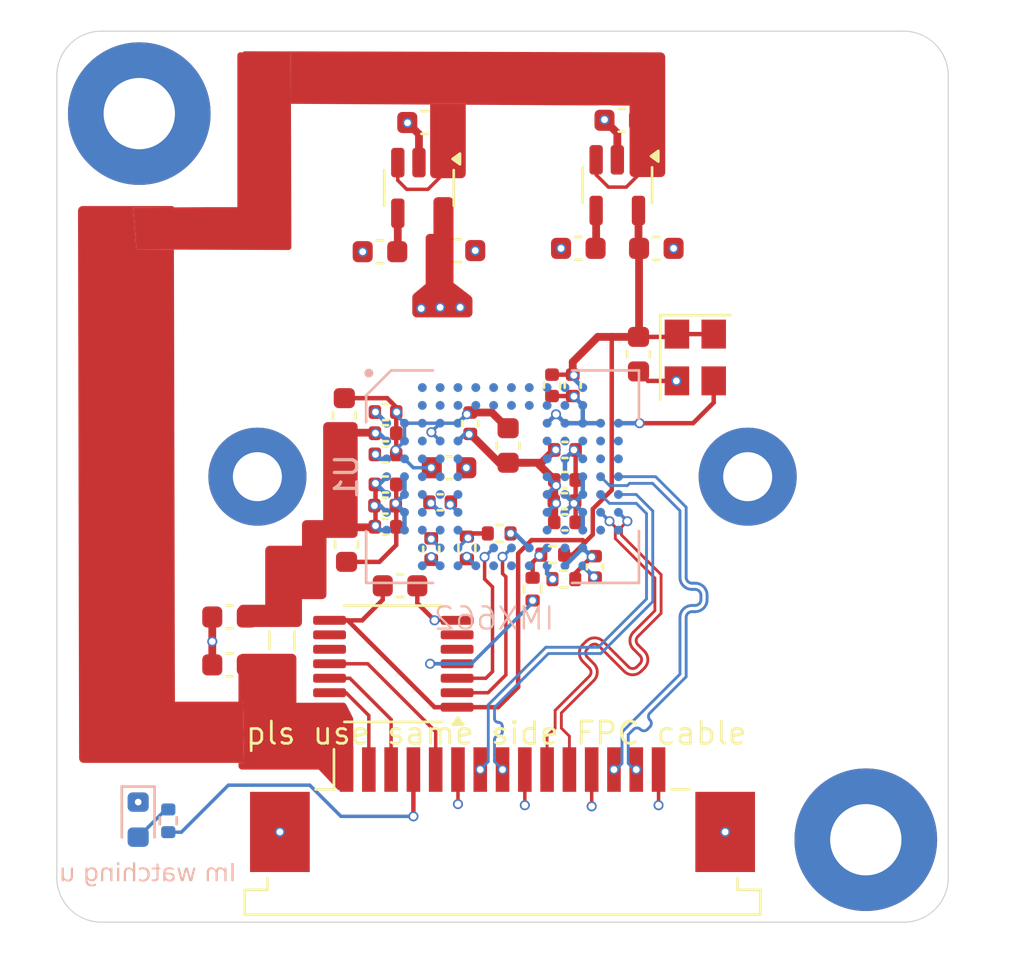
<source format=kicad_pcb>
(kicad_pcb (version 20240108) (generator "pcbnew") (generator_version "8.0")
  (layers (0 "F.Cu" signal) (1 "In1.Cu" signal) (2 "In2.Cu" signal) (31 "B.Cu" signal) (34 "B.Paste" user) (35 "F.Paste" user) (36 "B.SilkS" user "B.Silkscreen") (37 "F.SilkS" user "F.Silkscreen") (38 "B.Mask" user) (39 "F.Mask" user) (44 "Edge.Cuts" user))
  (net 0 "")
  (net 1 "GND")
  (net 2 "Net-(U2-BP)")
  (net 4 "1V2")
  (net 5 "VCC")
  (net 7 "Net-(U4-BP)")
  (net 8 "1V8")
  (net 11 "3V3")
  (net 13 "Net-(U1C-VRLST)")
  (net 14 "Net-(U1C-VRLFR)")
  (net 17 "Net-(U1C-VRHT)")
  (net 21 "Net-(U1C-XMASTER)")
  (net 22 "Net-(U1C-SLAMODE1)")
  (net 23 "Net-(U1C-SLAMODE0)")
  (net 24 "SCL_1V8")
  (net 25 "DMO2N")
  (net 26 "XCLR_1V8")
  (net 27 "DMO1P")
  (net 28 "Net-(U1C-INCK)")
  (net 29 "DCKN")
  (net 30 "DCKP")
  (net 31 "DMO2P")
  (net 32 "DMO1N")
  (net 33 "SDA_1V8")
  (net 36 "XCLR_3V3")
  (net 39 "SCL_3V3")
  (net 40 "SDA_3V3")
  (net 41 "Net-(D1-A)")
  (net 42 "LED")
  (net 43 "Net-(U1C-XCLR)")
  (footprint "Library:L_0805_2012Metric" (layer "F.Cu") (at 128.7 108.4 -90)
    (property "Reference" "FB1" (hide yes))
    (property "Value" "FerriteBead" (hide yes))
  )
  (footprint "Library:C_0402_1005Metric" (layer "F.Cu") (at 133.35 99.1)
    (property "Reference" "C17" (hide yes))
    (property "Value" "100nF" (hide yes))
  )
  (footprint "Library:C_0402_1005Metric" (layer "F.Cu") (at 133.35 100.05)
    (property "Reference" "C24" (hide yes))
    (property "Value" "1uF" (hide yes))
  )
  (footprint "Library:MountingHole_3.2mm_M3_Pad" (layer "F.Cu") (at 154.9 117.35)
    (property "Reference" "H6" (hide yes))
    (property "Value" "MountingHole_Pad" (hide yes))
  )
  (footprint "Library:C_0402_1005Metric" (layer "F.Cu") (at 135.4 104.3 90)
    (property "Reference" "C16" (hide yes))
    (property "Value" "1uF" (hide yes))
  )
  (footprint "Library:C_0603_1608Metric" (layer "F.Cu") (at 144.7 95.55 -90)
    (property "Reference" "C26" (hide yes))
    (property "Value" "C" (hide yes))
  )
  (footprint "Library:TE_1-84953-5_1x15-1MP_P1.0mm_Horizontal" (layer "F.Cu") (at 138.6 116)
    (property "Reference" "J2" (hide yes))
    (property "Value" "Conn_01x15_MountingPin" (hide yes))
  )
  (footprint "Library:R_0402_1005Metric" (layer "F.Cu") (at 141.35 105.65)
    (property "Reference" "R3" (hide yes))
    (property "Value" "1K" (hide yes))
  )
  (footprint "Library:TSSOP-14_4.4x5mm_P0.65mm" (layer "F.Cu") (at 133.7 109.45 180)
    (property "Reference" "U3" (hide yes))
    (property "Value" "TXS0104EPWR" (hide yes))
  )
  (footprint "Library:R_0402_1005Metric" (layer "F.Cu") (at 138.45 103.6 180)
    (property "Reference" "R2" (hide yes))
    (property "Value" "1K" (hide yes))
  )
  (footprint "Library:C_0402_1005Metric" (layer "F.Cu") (at 141.38 102.15)
    (property "Reference" "C11" (hide yes))
    (property "Value" "1uF" (hide yes))
  )
  (footprint "Library:C_0402_1005Metric" (layer "F.Cu") (at 142.75 105.1 90)
    (property "Reference" "C13" (hide yes))
    (property "Value" "1uF" (hide yes))
  )
  (footprint "Library:C_0603_1608Metric" (layer "F.Cu") (at 134 105.95)
    (property "Reference" "C30" (hide yes))
    (property "Value" "10uF" (hide yes))
  )
  (footprint "Library:C_0402_1005Metric" (layer "F.Cu") (at 141.4 99.85)
    (property "Reference" "C12" (hide yes))
    (property "Value" "100nF" (hide yes))
  )
  (footprint "Library:C_0603_1608Metric" (layer "F.Cu") (at 135.1 85.15 180)
    (property "Reference" "C3" (hide yes))
    (property "Value" "10uF" (hide yes))
  )
  (footprint "Library:C_0603_1608Metric" (layer "F.Cu") (at 126.35 109.5 180)
    (property "Reference" "C9" (hide yes))
    (property "Value" "10uF" (hide yes))
  )
  (footprint "Library:R_0402_1005Metric" (layer "F.Cu") (at 137 104.25 90)
    (property "Reference" "R1" (hide yes))
    (property "Value" "1K" (hide yes))
  )
  (footprint "Library:C_0402_1005Metric" (layer "F.Cu") (at 141.75 96.95 -90)
    (property "Reference" "C8" (hide yes))
    (property "Value" "1uF" (hide yes))
  )
  (footprint "Library:C_0603_1608Metric" (layer "F.Cu") (at 136.6 90.9)
    (property "Reference" "C2" (hide yes))
    (property "Value" "10uF" (hide yes))
  )
  (footprint "Library:C_0402_1005Metric" (layer "F.Cu") (at 133.35 101.4)
    (property "Reference" "C19" (hide yes))
    (property "Value" "100nF" (hide yes))
  )
  (footprint "Library:C_0402_1005Metric" (layer "F.Cu") (at 133.33 102.35)
    (property "Reference" "C21" (hide yes))
    (property "Value" "100nF" (hide yes))
  )
  (footprint "Library:C_0402_1005Metric" (layer "F.Cu") (at 140.82 96.95 -90)
    (property "Reference" "C10" (hide yes))
    (property "Value" "100nF" (hide yes))
  )
  (footprint "Library:C_0603_1608Metric" (layer "F.Cu") (at 143.95 85.05 180)
    (property "Reference" "C4" (hide yes))
    (property "Value" "10uF" (hide yes))
  )
  (footprint "Library:MountingHole_2.2mm_M2_Pad" (layer "F.Cu") (at 127.6 101.05 180)
    (property "Reference" "H2" (hide yes))
    (property "Value" "MountingHole_Pad" (hide yes))
  )
  (footprint "Library:R_0402_1005Metric" (layer "F.Cu") (at 139.95 106.1 90)
    (property "Reference" "R5" (hide yes))
    (property "Value" "0R" (hide yes))
  )
  (footprint "Library:C_0603_1608Metric" (layer "F.Cu") (at 145.5 90.8)
    (property "Reference" "C6" (hide yes))
    (property "Value" "10uF" (hide yes))
  )
  (footprint "Library:R_0402_1005Metric" (layer "F.Cu") (at 140.85 104.55)
    (property "Reference" "R4" (hide yes))
    (property "Value" "10K" (hide yes))
  )
  (footprint "Library:MountingHole_2.2mm_M2_Pad" (layer "F.Cu") (at 149.6 101.05 180)
    (property "Reference" "H1" (hide yes))
    (property "Value" "MountingHole_Pad" (hide yes))
  )
  (footprint "Library:C_0603_1608Metric" (layer "F.Cu") (at 142 90.8 180)
    (property "Reference" "C5" (hide yes))
    (property "Value" "10uF" (hide yes))
  )
  (footprint "Library:C_0603_1608Metric" (layer "F.Cu") (at 133.1 90.95 180)
    (property "Reference" "C1" (hide yes))
    (property "Value" "10uF" (hide yes))
  )
  (footprint "Library:Oscillator_SMD_Abracon_ASE-4Pin_3.2x2.5mm" (layer "F.Cu") (at 147.25 95.7 -90)
    (property "Reference" "X1" (hide yes))
    (property "Value" "SG-210SDD" (hide yes))
  )
  (footprint "Library:C_0402_1005Metric" (layer "F.Cu") (at 133.35 103.3)
    (property "Reference" "C20" (hide yes))
    (property "Value" "100nF" (hide yes))
  )
  (footprint "Library:C_0603_1608Metric" (layer "F.Cu") (at 126.35 107.35 180)
    (property "Reference" "C7" (hide yes))
    (property "Value" "10uF" (hide yes))
  )
  (footprint "Library:C_0402_1005Metric" (layer "F.Cu") (at 141.4 101.2)
    (property "Reference" "C14" (hide yes))
    (property "Value" "100nF" (hide yes))
  )
  (footprint "Library:C_0603_1608Metric" (layer "F.Cu") (at 138.85 99.65 90)
    (property "Reference" "C15" (hide yes))
    (property "Value" "10uF" (hide yes))
  )
  (footprint "Library:C_0603_1608Metric" (layer "F.Cu") (at 131.6 104.1 -90)
    (property "Reference" "C22" (hide yes))
    (property "Value" "10uF" (hide yes))
  )
  (footprint "Library:C_0402_1005Metric" (layer "F.Cu") (at 137.15 98.65 90)
    (property "Reference" "C29" (hide yes))
    (property "Value" "100nF" (hide yes))
  )
  (footprint "Library:C_0402_1005Metric" (layer "F.Cu") (at 141.4 103.1)
    (property "Reference" "C27" (hide yes))
    (property "Value" "100nF" (hide yes))
  )
  (footprint "Library:SOT-23-5" (layer "F.Cu") (at 134.85 88.0875 -90)
    (property "Reference" "U2" (hide yes))
    (property "Value" "SPX3819M5-L-1-2" (hide yes))
  )
  (footprint "Library:MountingHole_3.2mm_M3_Pad" (layer "F.Cu") (at 122.3 84.75)
    (property "Reference" "H5" (hide yes))
    (property "Value" "MountingHole_Pad" (hide yes))
  )
  (footprint "Library:C_0603_1608Metric" (layer "F.Cu") (at 136.2 100.65 180)
    (property "Reference" "C23" (hide yes))
    (property "Value" "10uF" (hide yes))
  )
  (footprint "Library:SOT-23-5" (layer "F.Cu") (at 143.75 87.9625 -90)
    (property "Reference" "U4" (hide yes))
    (property "Value" "SPX3819M5-L-1-8" (hide yes))
  )
  (footprint "Library:C_0603_1608Metric" (layer "F.Cu") (at 131.5 98.3 90)
    (property "Reference" "C18" (hide yes))
    (property "Value" "10uF" (hide yes))
  )
  (footprint "Library:C_0402_1005Metric" (layer "F.Cu") (at 135.8 102.2 180)
    (property "Reference" "C28" (hide yes))
    (property "Value" "1uF" (hide yes))
  )
  (footprint "Library:C_0402_1005Metric" (layer "F.Cu") (at 133.35 98.15)
    (property "Reference" "C25" (hide yes))
    (property "Value" "1uF" (hide yes))
  )
  (footprint "Library:R_0402_1005Metric" (layer "B.Cu") (at 123.6 116.5 -90)
    (property "Reference" "R6" (hide yes))
    (property "Value" "1K" (hide yes))
  )
  (footprint "Library:LED_0603_1608Metric" (layer "B.Cu") (at 122.25 116.4475 -90)
    (property "Reference" "D1" (hide yes))
    (property "Value" "LED" (hide yes))
  )
  (footprint "Library:LGA-114_11x14_9.3x12.0mm" (layer "B.Cu") (at 138.6 101.05 180)
    (property "Reference" "U1")
    (property "Value" "IMX662AAQR" (hide yes))
  )
  (gr_arc (start 120.6 121.05) (mid 119.185786 120.464214) (end 118.6 119.05) (stroke (width 0.05)) (layer "Edge.Cuts"))
  (gr_line (start 120.6 81.05) (end 156.6 81.05) (stroke (width 0.05)) (layer "Edge.Cuts"))
  (gr_arc (start 118.6 83.05) (mid 119.185786 81.635786) (end 120.6 81.05) (stroke (width 0.05)) (layer "Edge.Cuts"))
  (gr_arc (start 156.6 81.05) (mid 158.014214 81.635786) (end 158.6 83.05) (stroke (width 0.05)) (layer "Edge.Cuts"))
  (gr_line (start 156.6 121.05) (end 120.6 121.05) (stroke (width 0.05)) (layer "Edge.Cuts"))
  (gr_arc (start 158.6 119.05) (mid 158.014214 120.464214) (end 156.6 121.05) (stroke (width 0.05)) (layer "Edge.Cuts"))
  (gr_line (start 158.6 83.05) (end 158.6 119.05) (stroke (width 0.05)) (layer "Edge.Cuts"))
  (gr_line (start 118.6 119.05) (end 118.6 83.05) (stroke (width 0.05)) (layer "Edge.Cuts"))
  (gr_text "IMX662" (at 141 108 0) (layer "B.SilkS") (effects (font (size 1 1) (thickness 0.1)) (justify left bottom mirror)))
  (gr_text "Im watching u" (at 126.65 119.35 0) (layer "B.SilkS") (effects (font (size 0.8 0.8) (thickness 0.1)) (justify left bottom mirror)))
  (gr_text "pls use same side FPC cable\n" (at 127 113.15 0) (layer "F.SilkS") (effects (font (size 1 1) (thickness 0.125)) (justify left bottom)))
  (segment (start 143.75 85.625) (end 143.175 85.05) (width 0.35) (layer "F.Cu") (net 1))
  (segment (start 133.83 104.12) (end 133.83 103.3) (width 0.2) (layer "F.Cu") (net 1))
  (segment (start 136.6 114.2) (end 136.6 115.75) (width 0.156) (layer "F.Cu") (net 1))
  (segment (start 138.12 98.17) (end 137.15 98.17) (width 0.35) (layer "F.Cu") (net 1))
  (segment (start 133.83 97.93) (end 133.83 98.15) (width 0.2) (layer "F.Cu") (net 1))
  (segment (start 140.82 97.43) (end 141.791592 97.43) (width 0.2) (layer "F.Cu") (net 1))
  (segment (start 141.88 103.1) (end 141.88 99.85) (width 0.2) (layer "F.Cu") (net 1))
  (segment (start 131.6 104.875) (end 133.075 104.875) (width 0.2) (layer "F.Cu") (net 1))
  (segment (start 141.86 105.65) (end 141.86 105.39) (width 0.2) (layer "F.Cu") (net 1))
  (segment (start 133.075 104.875) (end 133.83 104.12) (width 0.2) (layer "F.Cu") (net 1))
  (segment (start 137.94 103.6) (end 137.25 103.6) (width 0.2) (layer "F.Cu") (net 1))
  (segment (start 139.6 114.2) (end 139.6 115.8) (width 0.156) (layer "F.Cu") (net 1))
  (segment (start 133.83 101.4) (end 133.83 103.3) (width 0.2) (layer "F.Cu") (net 1))
  (segment (start 141.86 105.39) (end 142.6 104.65) (width 0.2) (layer "F.Cu") (net 1))
  (segment (start 145.125 96.75) (end 144.7 96.325) (width 0.2) (layer "F.Cu") (net 1))
  (segment (start 146.425 96.75) (end 146.4 96.75) (width 0.2) (layer "F.Cu") (net 1))
  (segment (start 134.775 105.95) (end 134.775 106.725) (width 0.2) (layer "F.Cu") (net 1))
  (segment (start 138.85 98.875) (end 138.825 98.875) (width 0.35) (layer "F.Cu") (net 1))
  (segment (start 134.775 106.725) (end 135.55 107.5) (width 0.2) (layer "F.Cu") (net 1))
  (segment (start 137.25 103.6) (end 137.05 103.8) (width 0.2) (layer "F.Cu") (net 1))
  (segment (start 131.5 97.525) (end 133.425 97.525) (width 0.2) (layer "F.Cu") (net 1))
  (segment (start 133.83 100.05) (end 133.83 99.1) (width 0.2) (layer "F.Cu") (net 1))
  (segment (start 134.85 85.675) (end 134.3375 85.1625) (width 0.35) (layer "F.Cu") (net 1))
  (segment (start 138.825 98.875) (end 138.12 98.17) (width 0.35) (layer "F.Cu") (net 1))
  (segment (start 133.425 97.525) (end 133.83 97.93) (width 0.2) (layer "F.Cu") (net 1))
  (segment (start 145.6 114.2) (end 145.6 115.8) (width 0.156) (layer "F.Cu") (net 1))
  (segment (start 134.3375 85.1625) (end 134.325 85.15) (width 0.35) (layer "F.Cu") (net 1))
  (segment (start 125.575 109.5) (end 125.575 108.45) (width 0.35) (layer "F.Cu") (net 1))
  (segment (start 125.575 108.45) (end 125.575 107.35) (width 0.35) (layer "F.Cu") (net 1))
  (segment (start 136.5625 107.5) (end 135.55 107.5) (width 0.156) (layer "F.Cu") (net 1))
  (segment (start 141.791592 97.43) (end 141.806261 97.444669) (width 0.2) (layer "F.Cu") (net 1))
  (segment (start 133.83 99.1) (end 133.83 98.15) (width 0.2) (layer "F.Cu") (net 1))
  (segment (start 143.75 86.825) (end 143.75 85.625) (width 0.35) (layer "F.Cu") (net 1))
  (segment (start 146.4 96.75) (end 145.125 96.75) (width 0.2) (layer "F.Cu") (net 1))
  (segment (start 134.85 86.95) (end 134.85 85.675) (width 0.35) (layer "F.Cu") (net 1))
  (segment (start 142.6 114.2) (end 142.6 115.85) (width 0.156) (layer "F.Cu") (net 1))
  (via (at 139.6 115.8) (size 0.45) (drill 0.3) (layers "F.Cu" "B.Cu") (net 1))
  (via (at 141.8 102.25) (size 0.45) (drill 0.3) (layers "F.Cu" "B.Cu") (net 1))
  (via (at 142.6 115.85) (size 0.45) (drill 0.3) (layers "F.Cu" "B.Cu") (net 1))
  (via (at 136.975 100.65) (size 0.45) (drill 0.3) (layers "F.Cu" "B.Cu") (net 1))
  (via (at 143.174999 85.021823) (size 0.45) (drill 0.3) (layers "F.Cu" "B.Cu") (net 1))
  (via (at 132.325 90.95) (size 0.45) (drill 0.3) (layers "F.Cu" "B.Cu") (net 1))
  (via (at 137.375 90.9) (size 0.45) (drill 0.3) (layers "F.Cu" "B.Cu") (net 1))
  (via (at 145.6 115.8) (size 0.45) (drill 0.3) (layers "F.Cu" "B.Cu") (net 1))
  (via (at 135.38794 102.241926) (size 0.45) (drill 0.3) (layers "F.Cu" "B.Cu") (net 1))
  (via (at 146.275 90.8) (size 0.45) (drill 0.3) (layers "F.Cu" "B.Cu") (net 1))
  (via (at 141 98.25) (size 0.45) (drill 0.3) (layers "F.Cu" "B.Cu") (net 1))
  (via (at 141.806261 97.444669) (size 0.45) (drill 0.3) (layers "F.Cu" "B.Cu") (net 1))
  (via (at 125.575 108.45) (size 0.45) (drill 0.3) (layers "F.Cu" "B.Cu") (net 1))
  (via (at 133.80399 99.854653) (size 0.45) (drill 0.3) (layers "F.Cu" "B.Cu") (net 1))
  (via (at 146.4 96.75) (size 0.45) (drill 0.3) (layers "F.Cu" "B.Cu") (net 1))
  (via (at 135.55 107.5) (size 0.45) (drill 0.3) (layers "F.Cu" "B.Cu") (net 1))
  (via (at 141.8 99.85) (size 0.45) (drill 0.3) (layers "F.Cu" "B.Cu") (net 1))
  (via (at 141.225 90.8) (size 0.45) (drill 0.3) (layers "F.Cu" "B.Cu") (net 1))
  (via (at 142.6 104.65) (size 0.45) (drill 0.3) (layers "F.Cu" "B.Cu") (net 1))
  (via (at 135.406169 99.054082) (size 0.45) (drill 0.3) (layers "F.Cu" "B.Cu") (net 1))
  (via (at 136.6 115.75) (size 0.45) (drill 0.3) (layers "F.Cu" "B.Cu") (net 1))
  (via (at 148.59 117) (size 0.45) (drill 0.3) (layers "F.Cu" "B.Cu") (net 1))
  (via (at 137 98.25) (size 0.45) (drill 0.3) (layers "F.Cu" "B.Cu") (net 1))
  (via (at 122.25 115.66) (size 0.45) (drill 0.3) (layers "F.Cu" "B.Cu") (net 1))
  (via (at 134.3375 85.1625) (size 0.45) (drill 0.3) (layers "F.Cu" "B.Cu") (net 1))
  (via (at 128.61 117) (size 0.45) (drill 0.3) (layers "F.Cu" "B.Cu") (net 1))
  (via (at 135.4 103.85) (size 0.45) (drill 0.3) (layers "F.Cu" "B.Cu") (net 1))
  (via (at 133.85 98.15) (size 0.45) (drill 0.3) (layers "F.Cu" "B.Cu") (net 1))
  (via (at 133.8 102.25) (size 0.45) (drill 0.3) (layers "F.Cu" "B.Cu") (net 1))
  (via (at 137.05 103.8) (size 0.45) (drill 0.3) (layers "F.Cu" "B.Cu") (net 1))
  (segment (start 141.4 100.25) (end 141.8 99.85) (width 0.2) (layer "B.Cu") (net 1))
  (segment (start 134.2 101.05) (end 134.2 101.85) (width 0.2) (layer "B.Cu") (net 1))
  (segment (start 135.4 103.85) (end 135.8 104.25) (width 0.156) (layer "B.Cu") (net 1))
  (segment (start 134.2 98.65) (end 136.6 98.65) (width 0.156) (layer "B.Cu") (net 1))
  (segment (start 141.4 105.05) (end 142.2 104.25) (width 0.2) (layer "B.Cu") (net 1))
  (segment (start 142.2 101.85) (end 141.8 102.25) (width 0.2) (layer "B.Cu") (net 1))
  (segment (start 142.2 100.25) (end 141.8 99.85) (width 0.2) (layer "B.Cu") (net 1))
  (segment (start 135.8 102.65) (end 135.45 102.3) (width 0.2) (layer "B.Cu") (net 1))
  (segment (start 142.2 103.45) (end 142.2 102.65) (width 0.2) (layer "B.Cu") (net 1))
  (segment (start 135.45 99.1) (end 135.45 99) (width 0.156) (layer "B.Cu") (net 1))
  (segment (start 142.2 97.85) (end 142.2 98.65) (width 0.2) (layer "B.Cu") (net 1))
  (segment (start 142.2 101.05) (end 142.2 101.85) (width 0.2) (layer "B.Cu") (net 1))
  (segment (start 142.2 97.85) (end 141.85 97.5) (width 0.2) (layer "B.Cu") (net 1))
  (segment (start 134.2 103.45) (end 134.2 102.65) (width 0.2) (layer "B.Cu") (net 1))
  (segment (start 142.2 102.65) (end 141.8 102.25) (width 0.2) (layer "B.Cu") (net 1))
  (segment (start 141.4 102.65) (end 141.8 102.25) (width 0.2) (layer "B.Cu") (net 1))
  (segment (start 141.4 98.65) (end 141 98.25) (width 0.2) (layer "B.Cu") (net 1))
  (segment (start 141.4 101.05) (end 141.4 100.25) (width 0.2) (layer "B.Cu") (net 1))
  (segment (start 134.2 98.65) (end 134.2 99.45) (width 0.156) (layer "B.Cu") (net 1))
  (segment (start 135.45 99) (end 135.8 98.65) (width 0.156) (layer "B.Cu") (net 1))
  (segment (start 134.2 99.45) (end 133.8 99.85) (width 0.156) (layer "B.Cu") (net 1))
  (segment (start 136.6 98.65) (end 137 98.25) (width 0.2) (layer "B.Cu") (net 1))
  (segment (start 134.2 102.65) (end 133.8 102.25) (width 0.2) (layer "B.Cu") (net 1))
  (segment (start 133.85 98.3) (end 133.85 98.15) (width 0.156) (layer "B.Cu") (net 1))
  (segment (start 136.6 104.25) (end 137.05 103.8) (width 0.156) (layer "B.Cu") (net 1))
  (segment (start 133.8 102.25) (end 134.2 101.85) (width 0.2) (layer "B.Cu") (net 1))
  (segment (start 134.2 98.65) (end 133.85 98.3) (width 0.156) (layer "B.Cu") (net 1))
  (segment (start 141.4 101.85) (end 141.8 102.25) (width 0.2) (layer "B.Cu") (net 1))
  (segment (start 141.4 98.65) (end 143 98.65) (width 0.2) (layer "B.Cu") (net 1))
  (segment (start 140.6 98.65) (end 141 98.25) (width 0.2) (layer "B.Cu") (net 1))
  (segment (start 135.45 102.3) (end 135.4 102.3) (width 0.2) (layer "B.Cu") (net 1))
  (segment (start 142.2 104.25) (end 142.6 104.65) (width 0.2) (layer "B.Cu") (net 1))
  (segment (start 135.8 99.45) (end 135.45 99.1) (width 0.156) (layer "B.Cu") (net 1))
  (segment (start 133.9 89.225) (end 133.9 90.925) (width 0.35) (layer "F.Cu") (net 2))
  (segment (start 133.9 90.925) (end 133.875 90.95) (width 0.35) (layer "F.Cu") (net 2))
  (segment (start 140.92 101.195) (end 140.92 101.2) (width 0.35) (layer "F.Cu") (net 4))
  (segment (start 139.7 100.425) (end 140.15 100.425) (width 0.35) (layer "F.Cu") (net 4))
  (segment (start 140.345 100.425) (end 140.92 99.85) (width 0.35) (layer "F.Cu") (net 4))
  (segment (start 138.85 100.425) (end 139.7 100.425) (width 0.35) (layer "F.Cu") (net 4))
  (segment (start 140.15 100.425) (end 140.345 100.425) (width 0.35) (layer "F.Cu") (net 4))
  (segment (start 140.92 101.2) (end 140.92 103.1) (width 0.35) (layer "F.Cu") (net 4))
  (segment (start 138.445 100.425) (end 137.15 99.13) (width 0.35) (layer "F.Cu") (net 4))
  (segment (start 139.7 100.425) (end 138.445 100.425) (width 0.35) (layer "F.Cu") (net 4))
  (segment (start 140.15 100.425) (end 140.92 101.195) (width 0.35) (layer "F.Cu") (net 4))
  (segment (start 140.92 103.1) (end 140.92 102.17) (width 0.2) (layer "F.Cu") (net 4))
  (segment (start 140.92 102.17) (end 140.9 102.15) (width 0.2) (layer "F.Cu") (net 4))
  (via (at 136.7 93.45) (size 0.45) (drill 0.3) (layers "F.Cu" "B.Cu") (net 4))
  (via (at 142.7 105.55) (size 0.45) (drill 0.3) (layers "F.Cu" "B.Cu") (net 4))
  (via (at 135.8 93.45) (size 0.45) (drill 0.3) (layers "F.Cu" "B.Cu") (net 4))
  (via (at 140.987202 99.847158) (size 0.45) (drill 0.3) (layers "F.Cu" "B.Cu") (net 4))
  (via (at 137.1 99.15) (size 0.45) (drill 0.3) (layers "F.Cu" "B.Cu") (net 4))
  (via (at 136.25 102.3) (size 0.45) (drill 0.3) (layers "F.Cu" "B.Cu") (net 4))
  (via (at 140.999999 101.449661) (size 0.45) (drill 0.3) (layers "F.Cu" "B.Cu") (net 4))
  (via (at 141 102.25) (size 0.45) (drill 0.3) (layers "F.Cu" "B.Cu") (net 4))
  (via (at 135.404082 104.661131) (size 0.45) (drill 0.3) (layers "F.Cu" "B.Cu") (net 4))
  (via (at 134.95 93.5) (size 0.45) (drill 0.3) (layers "F.Cu" "B.Cu") (net 4))
  (segment (start 135.404082 104.661131) (end 135.411131 104.661131) (width 0.156) (layer "B.Cu") (net 4))
  (segment (start 140.6 102.65) (end 141 102.25) (width 0.2) (layer "B.Cu") (net 4))
  (segment (start 140.6 101.85) (end 140.6 101.84966) (width 0.2) (layer "B.Cu") (net 4))
  (segment (start 136.9 99.15) (end 137.1 99.15) (width 0.2) (layer "B.Cu") (net 4))
  (segment (start 140.6 101.05) (end 140.600338 101.05) (width 0.2) (layer "B.Cu") (net 4))
  (segment (start 136.6 102.65) (end 136.25 102.3) (width 0.156) (layer "B.Cu") (net 4))
  (segment (start 140.6 101.84966) (end 140.999999 101.449661) (width 0.2) (layer "B.Cu") (net 4))
  (segment (start 142.2 105.05) (end 142.7 105.55) (width 0.2) (layer "B.Cu") (net 4))
  (segment (start 140.600338 101.05) (end 140.999999 101.449661) (width 0.2) (layer "B.Cu") (net 4))
  (segment (start 140.6 100.25) (end 140.95 99.9) (width 0.156) (layer "B.Cu") (net 4))
  (segment (start 135.411131 104.661131) (end 135.8 105.05) (width 0.156) (layer "B.Cu") (net 4))
  (segment (start 136.6 99.45) (end 136.9 99.15) (width 0.2) (layer "B.Cu") (net 4))
  (segment (start 133.9 86.95) (end 133.9 87.75) (width 0.156) (layer "F.Cu") (net 5))
  (segment (start 144.15 88.05) (end 144.7 87.5) (width 0.156) (layer "F.Cu") (net 5))
  (segment (start 143.35 88.05) (end 144.15 88.05) (width 0.156) (layer "F.Cu") (net 5))
  (segment (start 144.7 87.5) (end 144.7 86.825) (width 0.156) (layer "F.Cu") (net 5))
  (segment (start 135.8 87.6) (end 135.8 86.95) (width 0.156) (layer "F.Cu") (net 5))
  (segment (start 134.3 88.15) (end 135.25 88.15) (width 0.156) (layer "F.Cu") (net 5))
  (segment (start 142.8 86.825) (end 142.8 87.5) (width 0.156) (layer "F.Cu") (net 5))
  (segment (start 135.25 88.15) (end 135.8 87.6) (width 0.156) (layer "F.Cu") (net 5))
  (segment (start 142.8 87.5) (end 143.35 88.05) (width 0.156) (layer "F.Cu") (net 5))
  (segment (start 133.9 87.75) (end 134.3 88.15) (width 0.156) (layer "F.Cu") (net 5))
  (segment (start 142.8 90.775) (end 142.775 90.8) (width 0.35) (layer "F.Cu") (net 7))
  (segment (start 142.8 89.1) (end 142.8 90.775) (width 0.35) (layer "F.Cu") (net 7))
  (segment (start 144.7 94.775) (end 143.5 94.775) (width 0.35) (layer "F.Cu") (net 8))
  (segment (start 142.65 103.65) (end 142.3 104) (width 0.2) (layer "F.Cu") (net 8))
  (segment (start 148.075 94.65) (end 146.425 94.65) (width 0.2) (layer "F.Cu") (net 8))
  (segment (start 131.65 107.5) (end 130.8375 107.5) (width 0.2) (layer "F.Cu") (net 8))
  (segment (start 142.3 104) (end 141.75 104.55) (width 0.2) (layer "F.Cu") (net 8))
  (segment (start 144.725 94.75) (end 144.7 94.775) (width 0.35) (layer "F.Cu") (net 8))
  (segment (start 141.75 104.55) (end 141.36 104.55) (width 0.2) (layer "F.Cu") (net 8))
  (segment (start 132.3 107.5) (end 133.225 106.575) (width 0.2) (layer "F.Cu") (net 8))
  (segment (start 143.5 94.775) (end 142.875 94.775) (width 0.35) (layer "F.Cu") (net 8))
  (segment (start 133.225 106.575) (end 133.225 105.95) (width 0.2) (layer "F.Cu") (net 8))
  (segment (start 139.9 103.9) (end 142.2 103.9) (width 0.2) (layer "F.Cu") (net 8))
  (segment (start 144.7 90.775) (end 144.725 90.8) (width 0.35) (layer "F.Cu") (net 8))
  (segment (start 141.77 96.47) (end 141.8 96.5) (width 0.2) (layer "F.Cu") (net 8))
  (segment (start 143.5 94.775) (end 143.5 101.65) (width 0.2) (layer "F.Cu") (net 8))
  (segment (start 139.3 110.5) (end 139.3 104.5) (width 0.2) (layer "F.Cu") (net 8))
  (segment (start 142.875 94.775) (end 141.75 95.9) (width 0.35) (layer "F.Cu") (net 8))
  (segment (start 130.8375 107.5) (end 132.3 107.5) (width 0.2) (layer "F.Cu") (net 8))
  (segment (start 141.75 95.9) (end 141.75 96.47) (width 0.35) (layer "F.Cu") (net 8))
  (segment (start 144.7 94.775) (end 146.3 94.775) (width 0.2) (layer "F.Cu") (net 8))
  (segment (start 143.5 101.65) (end 142.65 102.5) (width 0.2) (layer "F.Cu") (net 8))
  (segment (start 136.5625 111.4) (end 135.55 111.4) (width 0.2) (layer "F.Cu") (net 8))
  (segment (start 136.5625 111.4) (end 138.4 111.4) (width 0.2) (layer "F.Cu") (net 8))
  (segment (start 144.725 90.8) (end 144.725 94.75) (width 0.35) (layer "F.Cu") (net 8))
  (segment (start 146.3 94.775) (end 146.425 94.65) (width 0.2) (layer "F.Cu") (net 8))
  (segment (start 135.55 111.4) (end 131.65 107.5) (width 0.2) (layer "F.Cu") (net 8))
  (segment (start 140.82 96.47) (end 141.77 96.47) (width 0.2) (layer "F.Cu") (net 8))
  (segment (start 138.4 111.4) (end 139.3 110.5) (width 0.2) (layer "F.Cu") (net 8))
  (segment (start 144.7 89.1) (end 144.7 90.775) (width 0.35) (layer "F.Cu") (net 8))
  (segment (start 142.65 102.5) (end 142.65 103.65) (width 0.2) (layer "F.Cu") (net 8))
  (segment (start 139.3 104.5) (end 139.9 103.9) (width 0.2) (layer "F.Cu") (net 8))
  (segment (start 142.2 103.9) (end 142.3 104) (width 0.2) (layer "F.Cu") (net 8))
  (via (at 141.8 96.5) (size 0.45) (drill 0.3) (layers "F.Cu" "B.Cu") (net 8))
  (segment (start 141.8 96.65) (end 141.8 96.5) (width 0.2) (layer "B.Cu") (net 8))
  (segment (start 142.2 97.05) (end 141.8 96.65) (width 0.2) (layer "B.Cu") (net 8))
  (segment (start 132.9 101.35) (end 132.9 103.25) (width 0.2) (layer "F.Cu") (net 11))
  (segment (start 131.6 103.325) (end 132.825 103.325) (width 0.35) (layer "F.Cu") (net 11))
  (segment (start 132.845 99.075) (end 132.87 99.1) (width 0.35) (layer "F.Cu") (net 11))
  (segment (start 132.825 103.325) (end 132.9 103.25) (width 0.35) (layer "F.Cu") (net 11))
  (segment (start 131.5 99.075) (end 132.845 99.075) (width 0.35) (layer "F.Cu") (net 11))
  (via (at 132.9 103.25) (size 0.45) (drill 0.3) (layers "F.Cu" "B.Cu") (net 11))
  (via (at 132.85 102.35) (size 0.45) (drill 0.3) (layers "F.Cu" "B.Cu") (net 11))
  (via (at 132.9 99.1) (size 0.45) (drill 0.3) (layers "F.Cu" "B.Cu") (net 11))
  (via (at 132.9 101.35) (size 0.45) (drill 0.3) (layers "F.Cu" "B.Cu") (net 11))
  (segment (start 133.1 101.35) (end 132.9 101.35) (width 0.2) (layer "B.Cu") (net 11))
  (segment (start 133.4 101.85) (end 132.9 101.35) (width 0.2) (layer "B.Cu") (net 11))
  (segment (start 133.05 99.1) (end 132.9 99.1) (width 0.2) (layer "B.Cu") (net 11))
  (segment (start 133.4 101.05) (end 133.1 101.35) (width 0.2) (layer "B.Cu") (net 11))
  (segment (start 133.4 99.45) (end 133.05 99.1) (width 0.2) (layer "B.Cu") (net 11))
  (segment (start 133.1 103.45) (end 132.9 103.25) (width 0.2) (layer "B.Cu") (net 11))
  (segment (start 133.1 102.35) (end 132.85 102.35) (width 0.2) (layer "B.Cu") (net 11))
  (segment (start 133.4 102.65) (end 133.1 102.35) (width 0.2) (layer "B.Cu") (net 11))
  (segment (start 133.4 103.45) (end 133.1 103.45) (width 0.2) (layer "B.Cu") (net 11))
  (via (at 135.4 100.65) (size 0.45) (drill 0.3) (layers "F.Cu" "B.Cu") (net 13))
  (segment (start 135.398 100.648) (end 135.4 100.65) (width 0.156) (layer "B.Cu") (net 13))
  (segment (start 134.2 100.25) (end 134.598 100.648) (width 0.156) (layer "B.Cu") (net 13))
  (segment (start 134.598 100.648) (end 135.398 100.648) (width 0.156) (layer "B.Cu") (net 13))
  (via (at 132.9 100.05) (size 0.45) (drill 0.3) (layers "F.Cu" "B.Cu") (net 14))
  (segment (start 133.1 100.25) (end 132.9 100.05) (width 0.2) (layer "B.Cu") (net 14))
  (segment (start 133.4 100.25) (end 133.1 100.25) (width 0.2) (layer "B.Cu") (net 14))
  (via (at 132.9 98.15) (size 0.45) (drill 0.3) (layers "F.Cu" "B.Cu") (net 17))
  (segment (start 133.4 98.65) (end 132.9 98.15) (width 0.2) (layer "B.Cu") (net 17))
  (via (at 136.996671 104.646227) (size 0.45) (drill 0.3) (layers "F.Cu" "B.Cu") (net 21))
  (segment (start 137.4 105.05) (end 137.05 104.7) (width 0.156) (layer "B.Cu") (net 21))
  (segment (start 137.05 104.7) (end 137 104.7) (width 0.156) (layer "B.Cu") (net 21))
  (via (at 138.96 103.6) (size 0.45) (drill 0.3) (layers "F.Cu" "B.Cu") (net 22))
  (segment (start 138.96 103.6) (end 139.15 103.6) (width 0.2) (layer "B.Cu") (net 22))
  (segment (start 139.15 103.6) (end 139.8 104.25) (width 0.2) (layer "B.Cu") (net 22))
  (via (at 140.85 105.65) (size 0.45) (drill 0.3) (layers "F.Cu" "B.Cu") (net 23))
  (segment (start 140.6 105.4) (end 140.85 105.65) (width 0.2) (layer "B.Cu") (net 23))
  (segment (start 140.6 105.05) (end 140.6 105.4) (width 0.2) (layer "B.Cu") (net 23))
  (segment (start 138.15 109.8) (end 138.15 106) (width 0.156) (layer "F.Cu") (net 24))
  (segment (start 137.85 110.1) (end 138.15 109.8) (width 0.156) (layer "F.Cu") (net 24))
  (segment (start 137.795311 105.645311) (end 137.795311 104.65478) (width 0.156) (layer "F.Cu") (net 24))
  (segment (start 138.15 106) (end 137.795311 105.645311) (width 0.156) (layer "F.Cu") (net 24))
  (segment (start 136.5625 110.1) (end 137.85 110.1) (width 0.156) (layer "F.Cu") (net 24))
  (via (at 137.795311 104.65478) (size 0.45) (drill 0.3) (layers "F.Cu" "B.Cu") (net 24))
  (segment (start 138.2 104.25) (end 137.85 104.6) (width 0.156) (layer "B.Cu") (net 24))
  (segment (start 137.85 104.6) (end 137.8 104.6) (width 0.156) (layer "B.Cu") (net 24))
  (segment (start 141.6 112.699999) (end 141.6 114.2) (width 0.127) (layer "F.Cu") (net 25))
  (segment (start 144.962108 109.646233) (end 144.820688 109.787654) (width 0.127) (layer "F.Cu") (net 25))
  (segment (start 144.672407 108.593279) (end 144.962109 108.882981) (width 0.127) (layer "F.Cu") (net 25))
  (segment (start 141.2397 111.657866) (end 141.2397 112.339699) (width 0.127) (layer "F.Cu") (net 25))
  (segment (start 142.912346 108.642564) (end 143.484891 109.215108) (width 0.127) (layer "F.Cu") (net 25))
  (segment (start 143.484892 109.215111) (end 144.057436 109.787655) (width 0.127) (layer "F.Cu") (net 25))
  (segment (start 142.692506 110.205057) (end 142.551085 110.346479) (width 0.127) (layer "F.Cu") (net 25))
  (segment (start 142.532749 110.364817) (end 141.2397 111.657866) (width 0.127) (layer "F.Cu") (net 25))
  (segment (start 142.551085 110.346479) (end 142.532749 110.364817) (width 0.127) (layer "F.Cu") (net 25))
  (segment (start 143.9397 103.671628) (end 145.7147 105.446628) (width 0.127) (layer "F.Cu") (net 25))
  (segment (start 143.9397 103.3103) (end 143.9397 103.671628) (width 0.127) (layer "F.Cu") (net 25))
  (segment (start 145.7147 105.446628) (end 145.7147 107.182866) (width 0.127) (layer "F.Cu") (net 25))
  (segment (start 141.2397 112.339699) (end 141.6 112.699999) (width 0.127) (layer "F.Cu") (net 25))
  (segment (start 145.7147 107.182866) (end 144.672407 108.225159) (width 0.127) (layer "F.Cu") (net 25))
  (segment (start 142.544227 108.642564) (end 142.402805 108.783985) (width 0.127) (layer "F.Cu") (net 25))
  (segment (start 143.484892 109.215111) (end 143.484891 109.215108) (width 0.127) (layer "F.Cu") (net 25))
  (segment (start 142.402805 109.152105) (end 142.692506 109.441806) (width 0.127) (layer "F.Cu") (net 25))
  (segment (start 144.2 103.05) (end 143.9397 103.3103) (width 0.127) (layer "F.Cu") (net 25))
  (via (at 144.2 103.05) (size 0.45) (drill 0.3) (layers "F.Cu" "B.Cu") (net 25))
  (arc (start 142.402805 108.783985) (mid 142.326565 108.968045) (end 142.402805 109.152105) (width 0.127) (layer "F.Cu") (net 25))
  (arc (start 144.962109 108.882981) (mid 145.120184 109.264606) (end 144.962108 109.646233) (width 0.127) (layer "F.Cu") (net 25))
  (arc (start 144.820688 109.787654) (mid 144.439062 109.945729) (end 144.057436 109.787655) (width 0.127) (layer "F.Cu") (net 25))
  (arc (start 142.912346 108.642564) (mid 142.728287 108.566324) (end 142.544227 108.642564) (width 0.127) (layer "F.Cu") (net 25))
  (arc (start 142.692506 109.441806) (mid 142.85058 109.823432) (end 142.692506 110.205057) (width 0.127) (layer "F.Cu") (net 25))
  (arc (start 144.672407 108.225159) (mid 144.596167 108.409219) (end 144.672407 108.593279) (width 0.127) (layer "F.Cu") (net 25))
  (segment (start 143.8 102.65) (end 144.2 103.05) (width 0.156) (layer "B.Cu") (net 25))
  (segment (start 136.5625 109.45) (end 135.35 109.45) (width 0.156) (layer "F.Cu") (net 26))
  (via (at 135.35 109.45) (size 0.45) (drill 0.3) (layers "F.Cu" "B.Cu") (net 26))
  (via (at 139.95 106.61) (size 0.45) (drill 0.3) (layers "F.Cu" "B.Cu") (net 26))
  (segment (start 135.35 109.45) (end 137.2 109.45) (width 0.156) (layer "B.Cu") (net 26))
  (segment (start 137.2 109.45) (end 139.95 106.7) (width 0.156) (layer "B.Cu") (net 26))
  (segment (start 139.95 106.7) (end 139.95 106.61) (width 0.156) (layer "B.Cu") (net 26))
  (via (at 143.6 114.2) (size 0.45) (drill 0.3) (layers "F.Cu" "B.Cu") (net 27))
  (segment (start 143.9603 113.925) (end 143.6853 114.2) (width 0.127) (layer "B.Cu") (net 27))
  (segment (start 145.331928 101.35) (end 146.5603 102.578372) (width 0.127) (layer "B.Cu") (net 27))
  (segment (start 143 101.05) (end 143.4 101.45) (width 0.127) (layer "B.Cu") (net 27))
  (segment (start 143.6853 114.2) (end 143.6 114.2) (width 0.127) (layer "B.Cu") (net 27))
  (segment (start 147.2397 106.831633) (end 147.1 106.831633) (width 0.127) (layer "B.Cu") (net 27))
  (segment (start 147.1 106.111033) (end 147.2397 106.111033) (width 0.127) (layer "B.Cu") (net 27))
  (segment (start 146.5603 109.917134) (end 143.9603 112.517134) (width 0.127) (layer "B.Cu") (net 27))
  (segment (start 146.5603 102.578372) (end 146.5603 105.571333) (width 0.127) (layer "B.Cu") (net 27))
  (segment (start 144.3 101.35) (end 145.331928 101.35) (width 0.127) (layer "B.Cu") (net 27))
  (segment (start 144.2 101.45) (end 144.3 101.35) (width 0.127) (layer "B.Cu") (net 27))
  (segment (start 143.9603 112.517134) (end 143.9603 113.925) (width 0.127) (layer "B.Cu") (net 27))
  (segment (start 143.4 101.45) (end 144.2 101.45) (width 0.127) (layer "B.Cu") (net 27))
  (segment (start 146.5603 107.371333) (end 146.5603 109.917134) (width 0.127) (layer "B.Cu") (net 27))
  (segment (start 147.5 106.371333) (end 147.5 106.571333) (width 0.127) (layer "B.Cu") (net 27))
  (arc (start 146.5603 105.571333) (mid 146.718374 105.952959) (end 147.1 106.111033) (width 0.127) (layer "B.Cu") (net 27))
  (arc (start 147.5 106.571333) (mid 147.42376 106.755393) (end 147.2397 106.831633) (width 0.127) (layer "B.Cu") (net 27))
  (arc (start 147.1 106.831633) (mid 146.718374 106.989707) (end 146.5603 107.371333) (width 0.127) (layer "B.Cu") (net 27))
  (arc (start 147.2397 106.111033) (mid 147.42376 106.187273) (end 147.5 106.371333) (width 0.127) (layer "B.Cu") (net 27))
  (segment (start 147.15 98.65) (end 144.75 98.65) (width 0.2) (layer "F.Cu") (net 28))
  (segment (start 147.15 98.65) (end 148.075 97.725) (width 0.2) (layer "F.Cu") (net 28))
  (segment (start 148.075 96.75) (end 148.075 97.725) (width 0.2) (layer "F.Cu") (net 28))
  (via (at 144.75 98.65) (size 0.45) (drill 0.3) (layers "F.Cu" "B.Cu") (net 28))
  (segment (start 143.8 98.65) (end 144.75 98.65) (width 0.2) (layer "B.Cu") (net 28))
  (via (at 138.6 114.2) (size 0.45) (drill 0.3) (layers "F.Cu" "B.Cu") (net 29))
  (segment (start 138.2397 111.407866) (end 138.2397 111.905619) (width 0.127) (layer "B.Cu") (net 29))
  (segment (start 144.597566 101.85) (end 145.3397 102.592134) (width 0.127) (layer "B.Cu") (net 29))
  (segment (start 138.2397 112.855619) (end 138.2397 113.533598) (width 0.127) (layer "B.Cu") (net 29))
  (segment (start 143.8 101.85) (end 144.597566 101.85) (width 0.127) (layer "B.Cu") (net 29))
  (segment (start 138.2397 113.8397) (end 138.6 114.2) (width 0.127) (layer "B.Cu") (net 29))
  (segment (start 138.2397 113.533598) (end 138.2397 113.75) (width 0.127) (layer "B.Cu") (net 29))
  (segment (start 138.5897 112.255619) (end 138.5897 112.505619) (width 0.127) (layer "B.Cu") (net 29))
  (segment (start 143.0103 108.9897) (end 140.657866 108.9897) (width 0.127) (layer "B.Cu") (net 29))
  (segment (start 140.657866 108.9897) (end 138.2397 111.407866) (width 0.127) (layer "B.Cu") (net 29))
  (segment (start 145.3397 106.6603) (end 143.0103 108.9897) (width 0.127) (layer "B.Cu") (net 29))
  (segment (start 138.2397 113.75) (end 138.2397 113.8397) (width 0.127) (layer "B.Cu") (net 29))
  (segment (start 138.2397 113.75) (end 138.2397 113.8) (width 0.127) (layer "B.Cu") (net 29))
  (segment (start 145.3397 102.592134) (end 145.3397 106.6603) (width 0.127) (layer "B.Cu") (net 29))
  (arc (start 138.2397 111.905619) (mid 138.290956 112.029363) (end 138.4147 112.080619) (width 0.127) (layer "B.Cu") (net 29))
  (arc (start 138.4147 112.080619) (mid 138.538444 112.131875) (end 138.5897 112.255619) (width 0.127) (layer "B.Cu") (net 29))
  (arc (start 138.4147 112.680619) (mid 138.290956 112.731875) (end 138.2397 112.855619) (width 0.127) (layer "B.Cu") (net 29))
  (arc (start 138.5897 112.505619) (mid 138.538444 112.629363) (end 138.4147 112.680619) (width 0.127) (layer "B.Cu") (net 29))
  (via (at 137.6 114.2) (size 0.45) (drill 0.3) (layers "F.Cu" "B.Cu") (net 30))
  (segment (start 137.9603 111.292134) (end 140.542134 108.7103) (width 0.127) (layer "B.Cu") (net 30))
  (segment (start 143.4 102.25) (end 143 101.85) (width 0.127) (layer "B.Cu") (net 30))
  (segment (start 137.6 114.2) (end 137.9603 113.8397) (width 0.127) (layer "B.Cu") (net 30))
  (segment (start 145.0603 106.5397) (end 145.0603 102.707866) (width 0.127) (layer "B.Cu") (net 30))
  (segment (start 142.8897 108.7103) (end 145.0603 106.5397) (width 0.127) (layer "B.Cu") (net 30))
  (segment (start 144.602434 102.25) (end 143.4 102.25) (width 0.127) (layer "B.Cu") (net 30))
  (segment (start 145.0603 102.707866) (end 144.602434 102.25) (width 0.127) (layer "B.Cu") (net 30))
  (segment (start 137.9603 113.8397) (end 137.9603 111.292134) (width 0.127) (layer "B.Cu") (net 30))
  (segment (start 140.542134 108.7103) (end 142.8897 108.7103) (width 0.127) (layer "B.Cu") (net 30))
  (segment (start 140.9603 112.339699) (end 140.6 112.699999) (width 0.127) (layer "F.Cu") (net 31))
  (segment (start 143.682459 109.017545) (end 143.682456 109.017543) (width 0.127) (layer "F.Cu") (net 31))
  (segment (start 145.4353 107.067134) (end 144.474841 108.027593) (width 0.127) (layer "F.Cu") (net 31))
  (segment (start 142.335183 110.167251) (end 140.9603 111.542134) (width 0.127) (layer "F.Cu") (net 31))
  (segment (start 143.6603 103.3103) (end 143.6603 103.828372) (width 0.127) (layer "F.Cu") (net 31))
  (segment (start 143.6603 103.828372) (end 145.4353 105.603372) (width 0.127) (layer "F.Cu") (net 31))
  (segment (start 142.35352 110.148914) (end 142.335183 110.167251) (width 0.127) (layer "F.Cu") (net 31))
  (segment (start 142.49494 110.007491) (end 142.35352 110.148914) (width 0.127) (layer "F.Cu") (net 31))
  (segment (start 144.764543 109.448668) (end 144.623123 109.590089) (width 0.127) (layer "F.Cu") (net 31))
  (segment (start 143.682459 109.017545) (end 144.255003 109.590089) (width 0.127) (layer "F.Cu") (net 31))
  (segment (start 143.4 103.05) (end 143.6603 103.3103) (width 0.127) (layer "F.Cu") (net 31))
  (segment (start 144.474841 108.027593) (end 144.474842 108.027594) (width 0.127) (layer "F.Cu") (net 31))
  (segment (start 142.205239 109.34967) (end 142.49494 109.639371) (width 0.127) (layer "F.Cu") (net 31))
  (segment (start 140.9603 111.542134) (end 140.9603 112.339699) (width 0.127) (layer "F.Cu") (net 31))
  (segment (start 142.346661 108.444998) (end 142.205239 108.586419) (width 0.127) (layer "F.Cu") (net 31))
  (segment (start 140.6 112.699999) (end 140.6 114.2) (width 0.127) (layer "F.Cu") (net 31))
  (segment (start 143.109912 108.444998) (end 143.682456 109.017543) (width 0.127) (layer "F.Cu") (net 31))
  (segment (start 144.474841 108.790846) (end 144.764543 109.080548) (width 0.127) (layer "F.Cu") (net 31))
  (segment (start 145.4353 105.603372) (end 145.4353 107.067134) (width 0.127) (layer "F.Cu") (net 31))
  (via (at 143.4 103.05) (size 0.45) (drill 0.3) (layers "F.Cu" "B.Cu") (net 31))
  (arc (start 143.109912 108.444998) (mid 142.728287 108.286923) (end 142.346661 108.444998) (width 0.127) (layer "F.Cu") (net 31))
  (arc (start 144.474842 108.027594) (mid 144.316766 108.409221) (end 144.474841 108.790846) (width 0.127) (layer "F.Cu") (net 31))
  (arc (start 144.623123 109.590089) (mid 144.439063 109.666329) (end 144.255003 109.590089) (width 0.127) (layer "F.Cu") (net 31))
  (arc (start 142.205239 108.586419) (mid 142.047165 108.968044) (end 142.205239 109.34967) (width 0.127) (layer "F.Cu") (net 31))
  (arc (start 142.49494 109.639371) (mid 142.57118 109.823431) (end 142.49494 110.007491) (width 0.127) (layer "F.Cu") (net 31))
  (arc (start 144.764543 109.080548) (mid 144.840783 109.264608) (end 144.764543 109.448668) (width 0.127) (layer "F.Cu") (net 31))
  (segment (start 143 102.65) (end 143.4 103.05) (width 0.156) (layer "B.Cu") (net 31))
  (via (at 144.6 114.2) (size 0.45) (drill 0.3) (layers "F.Cu" "B.Cu") (net 32))
  (segment (start 144.6 114.2) (end 144.5147 114.2) (width 0.127) (layer "B.Cu") (net 32))
  (segment (start 144.5147 114.2) (end 144.2397 113.925) (width 0.127) (layer "B.Cu") (net 32))
  (segment (start 145.212589 111.659974) (end 145.325728 111.546837) (width 0.127) (layer "B.Cu") (net 32))
  (segment (start 145.099452 112.395366) (end 145.212589 112.282228) (width 0.127) (layer "B.Cu") (net 32))
  (segment (start 144.2397 112.632866) (end 144.4772 112.395366) (width 0.127) (layer "B.Cu") (net 32))
  (segment (start 143.8 101.05) (end 145.468072 101.05) (width 0.127) (layer "B.Cu") (net 32))
  (segment (start 147.7794 106.371333) (end 147.7794 106.571333) (width 0.127) (layer "B.Cu") (net 32))
  (segment (start 145.785348 111.087218) (end 145.822948 111.049618) (width 0.127) (layer "B.Cu") (net 32))
  (segment (start 147.2397 107.111033) (end 147.1 107.111033) (width 0.127) (layer "B.Cu") (net 32))
  (segment (start 146.8397 102.421628) (end 146.8397 105.571333) (width 0.127) (layer "B.Cu") (net 32))
  (segment (start 147.1 105.831633) (end 147.2397 105.831633) (width 0.127) (layer "B.Cu") (net 32))
  (segment (start 145.325728 111.546837) (end 145.785348 111.087218) (width 0.127) (layer "B.Cu") (net 32))
  (segment (start 144.2397 113.925) (end 144.2397 112.632866) (width 0.127) (layer "B.Cu") (net 32))
  (segment (start 146.8397 110.032866) (end 145.822948 111.049618) (width 0.127) (layer "B.Cu") (net 32))
  (segment (start 146.8397 107.371333) (end 146.8397 110.032866) (width 0.127) (layer "B.Cu") (net 32))
  (segment (start 145.468072 101.05) (end 146.8397 102.421628) (width 0.127) (layer "B.Cu") (net 32))
  (arc (start 144.788326 112.395366) (mid 144.943889 112.459802) (end 145.099452 112.395366) (width 0.127) (layer "B.Cu") (net 32))
  (arc (start 145.212589 112.282228) (mid 145.277026 112.126664) (end 145.212589 111.971101) (width 0.127) (layer "B.Cu") (net 32))
  (arc (start 144.4772 112.395366) (mid 144.632763 112.33093) (end 144.788326 112.395366) (width 0.127) (layer "B.Cu") (net 32))
  (arc (start 146.8397 105.571333) (mid 146.91594 105.755393) (end 147.1 105.831633) (width 0.127) (layer "B.Cu") (net 32))
  (arc (start 147.2397 105.831633) (mid 147.621326 105.989707) (end 147.7794 106.371333) (width 0.127) (layer "B.Cu") (net 32))
  (arc (start 145.212589 111.971101) (mid 145.148152 111.815538) (end 145.212589 111.659974) (width 0.127) (layer "B.Cu") (net 32))
  (arc (start 147.7794 106.571333) (mid 147.621326 106.952959) (end 147.2397 107.111033) (width 0.127) (layer "B.Cu") (net 32))
  (arc (start 147.1 107.111033) (mid 146.91594 107.187273) (end 146.8397 107.371333) (width 0.127) (layer "B.Cu") (net 32))
  (segment (start 138.75 105.55) (end 138.6 105.4) (width 0.156) (layer "F.Cu") (net 33))
  (segment (start 138.75 109.95) (end 138.75 105.55) (width 0.156) (layer "F.Cu") (net 33))
  (segment (start 136.5625 110.75) (end 137.95 110.75) (width 0.156) (layer "F.Cu") (net 33))
  (segment (start 138.6 105.4) (end 138.6 104.65) (width 0.156) (layer "F.Cu") (net 33))
  (segment (start 137.95 110.75) (end 138.75 109.95) (width 0.156) (layer "F.Cu") (net 33))
  (via (at 138.6 104.65) (size 0.45) (drill 0.3) (layers "F.Cu" "B.Cu") (net 33))
  (segment (start 139 104.25) (end 138.6 104.65) (width 0.156) (layer "B.Cu") (net 33))
  (segment (start 135.6 112.5) (end 135.6 114.2) (width 0.156) (layer "F.Cu") (net 36))
  (segment (start 130.8375 109.45) (end 132.55 109.45) (width 0.156) (layer "F.Cu") (net 36))
  (segment (start 132.55 109.45) (end 135.6 112.5) (width 0.156) (layer "F.Cu") (net 36))
  (segment (start 133.6 111.95) (end 133.6 114.2) (width 0.156) (layer "F.Cu") (net 39))
  (segment (start 130.8375 110.1) (end 131.75 110.1) (width 0.156) (layer "F.Cu") (net 39))
  (segment (start 131.75 110.1) (end 133.6 111.95) (width 0.156) (layer "F.Cu") (net 39))
  (segment (start 132.6 111.775001) (end 131.574999 110.75) (width 0.156) (layer "F.Cu") (net 40))
  (segment (start 132.6 114.2) (end 132.6 111.775001) (width 0.156) (layer "F.Cu") (net 40))
  (segment (start 131.574999 110.75) (end 130.8375 110.75) (width 0.156) (layer "F.Cu") (net 40))
  (segment (start 123.6 115.99) (end 123.495 115.99) (width 0.156) (layer "B.Cu") (net 41))
  (segment (start 123.495 115.99) (end 122.25 117.235) (width 0.156) (layer "B.Cu") (net 41))
  (segment (start 134.6 114.2) (end 134.6 116.3) (width 0.2) (layer "F.Cu") (net 42))
  (via (at 134.6 116.3) (size 0.45) (drill 0.3) (layers "F.Cu" "B.Cu") (net 42))
  (segment (start 123.6 117.01) (end 124.19 117.01) (width 0.156) (layer "B.Cu") (net 42))
  (segment (start 126.3 114.9) (end 129.95 114.9) (width 0.156) (layer "B.Cu") (net 42))
  (segment (start 124.19 117.01) (end 126.3 114.9) (width 0.156) (layer "B.Cu") (net 42))
  (segment (start 129.95 114.9) (end 131.35 116.3) (width 0.156) (layer "B.Cu") (net 42))
  (segment (start 131.35 116.3) (end 134.6 116.3) (width 0.156) (layer "B.Cu") (net 42))
  (segment (start 139.95 105.59) (end 139.95 104.9) (width 0.2) (layer "F.Cu") (net 43))
  (segment (start 139.95 104.9) (end 140.25 104.6) (width 0.2) (layer "F.Cu") (net 43))
  (via (at 140.25 104.6) (size 0.45) (drill 0.3) (layers "F.Cu" "B.Cu") (net 43))
  (segment (start 140.6 104.25) (end 140.25 104.6) (width 0.2) (layer "B.Cu") (net 43))
  (zone (net 5) (net_name "VCC") (layer "F.Cu") (priority 5) (connect_pads thru_hole_only (clearance 0.2)) (min_thickness 0.2) (fill yes (thermal_gap 0.2) (thermal_bridge_width 0.2) (smoothing fillet) (radius 0.2))
    (polygon (pts (xy 144.3 84.25) (xy 144.3 87.6) (xy 145.9 87.6) (xy 145.9 84.25)))
  )
  (zone (net 5) (net_name "VCC") (layer "F.Cu") (priority 8) (connect_pads (clearance 0.2)) (min_thickness 0.25) (fill yes (thermal_gap 0.5) (thermal_bridge_width 0.5))
    (polygon (pts (xy 122.025 88.975) (xy 125.4 88.95) (xy 126.7 88.95) (xy 126.7 82) (xy 129.1 82) (xy 129.125 90.875) (xy 122.175 90.85)))
  )
  (zone (net 5) (net_name "VCC") (layer "F.Cu") (priority 3) (connect_pads thru_hole_only (clearance 0.2)) (min_thickness 0.2) (fill yes (thermal_gap 0.2) (thermal_bridge_width 0.2) (smoothing fillet) (radius 0.2))
    (polygon (pts (xy 126.95 111.15) (xy 123.9 111.15) (xy 123.85 88.9) (xy 119.55 88.9) (xy 119.6 113.9) (xy 127 113.9)))
  )
  (zone (net 4) (net_name "1V2") (layer "F.Cu") (priority 6) (connect_pads thru_hole_only (clearance 0.2)) (min_thickness 0.2) (fill yes (thermal_gap 0.2) (thermal_bridge_width 0.2) (smoothing fillet) (radius 0.2))
    (polygon (pts (xy 135.5 88.5) (xy 135.5 90.15) (xy 135.15 90.15) (xy 135.15 92.4) (xy 134.55 92.9) (xy 134.55 93.9) (xy 137.25 93.9) (xy 137.25 93) (xy 136.6 92.5) (xy 136.4 92.35) (xy 136.4 88.5)))
  )
  (zone (net 11) (net_name "3V3") (layer "F.Cu") (priority 2) (connect_pads thru_hole_only (clearance 0.2)) (min_thickness 0.2) (fill yes (thermal_gap 0.2) (thermal_bridge_width 0.2) (smoothing fillet) (radius 0.2))
    (polygon (pts (xy 126.75 106.8) (xy 127.95 106.8) (xy 127.95 104.15) (xy 129.6 104.15) (xy 129.6 103) (xy 130.55 103) (xy 130.55 98.6) (xy 132.1 98.6) (xy 132.1 103.8) (xy 130.7 103.8) (xy 130.7 106.55) (xy 129.6 106.55) (xy 129.6 107.8) (xy 126.75 107.8)))
  )
  (zone (net 5) (net_name "VCC") (layer "F.Cu") (priority 4) (connect_pads thru_hole_only (clearance 0.2)) (min_thickness 0.2) (fill yes (thermal_gap 0.2) (thermal_bridge_width 0.2) (smoothing fillet) (radius 0.2))
    (polygon (pts (xy 145.9 82) (xy 145.9 84.4) (xy 126.95 84.3) (xy 126.95 81.95)))
  )
  (zone (net 5) (net_name "VCC") (layer "F.Cu") (priority 5) (connect_pads thru_hole_only (clearance 0.2)) (min_thickness 0.2) (fill yes (thermal_gap 0.2) (thermal_bridge_width 0.2) (smoothing fillet) (radius 0.2))
    (polygon (pts (xy 135.35 84.3) (xy 135.35 87.65) (xy 136.95 87.65) (xy 136.95 84.3)))
  )
  (zone (net 5) (net_name "VCC") (layer "F.Cu") (priority 1) (connect_pads thru_hole_only (clearance 0.2)) (min_thickness 0.2) (fill yes (thermal_gap 0.2) (thermal_bridge_width 0.2) (smoothing fillet) (radius 0.2))
    (polygon (pts (xy 131.9 115.15) (xy 131.9 111.9) (xy 131.55 111.2) (xy 129.35 111.2) (xy 129.35 109) (xy 126.75 109) (xy 126.75 114.2) (xy 130.35 114.2) (xy 131.25 115.15)))
  )
)
</source>
